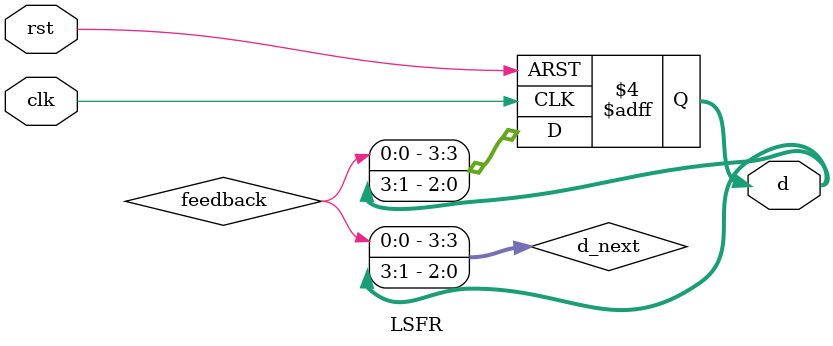
<source format=sv>
module LSFR (input clk, rst, output[3:0] d);

	logic feedback;
	logic [3:0] d_next;
	
	assign fedback = d[3] ^ d[2] ^ d[0];
	assign d_next = {feedback, d[3:1]};
	
	always @ (posedge clk or posedge rst)
	begin
		if(rst)
		begin
			d <= 1;
		end
		else
		begin
			d <= d_next;
		end
	end
endmodule

</source>
